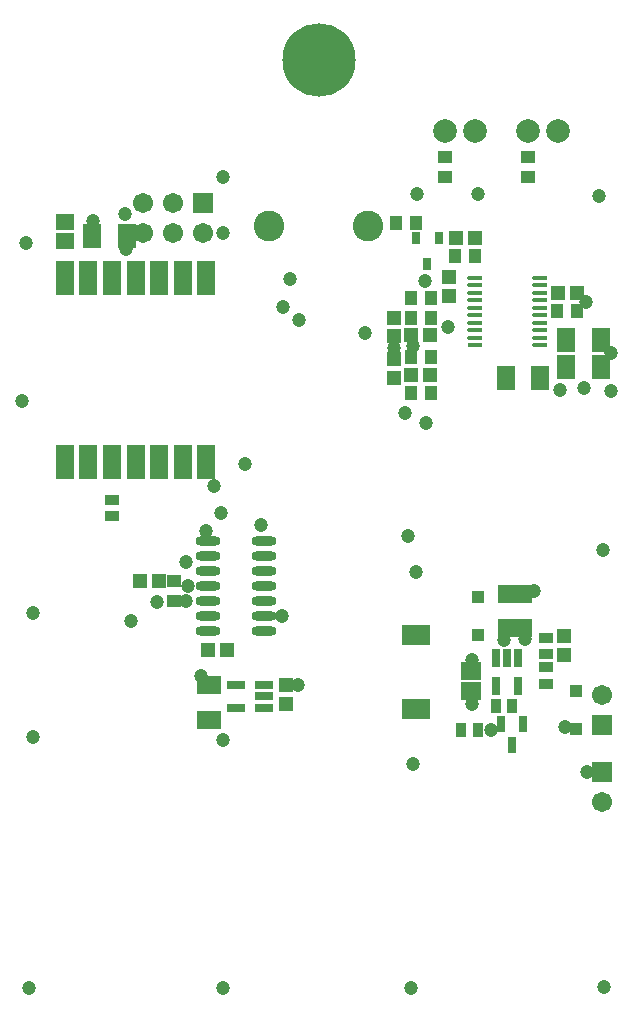
<source format=gbs>
G04 Layer_Color=16711935*
%FSLAX43Y43*%
%MOMM*%
G71*
G01*
G75*
%ADD50C,2.003*%
%ADD51C,2.603*%
%ADD52R,1.703X1.703*%
%ADD53C,1.703*%
%ADD54R,1.703X1.703*%
%ADD55C,1.203*%
%ADD56C,6.203*%
%ADD57R,1.300X0.400*%
%ADD58O,1.300X0.400*%
%ADD59R,1.503X3.003*%
%ADD60R,1.193X0.923*%
%ADD61R,0.923X1.193*%
%ADD62R,1.203X1.203*%
%ADD63R,1.203X1.203*%
%ADD64R,1.203X1.103*%
%ADD65R,0.803X1.403*%
%ADD66R,1.703X1.503*%
%ADD67R,0.803X1.503*%
%ADD68R,2.403X1.703*%
%ADD69R,1.503X0.803*%
%ADD70O,2.103X0.803*%
%ADD71R,1.100X1.100*%
%ADD72R,2.903X1.503*%
%ADD73R,1.503X2.003*%
%ADD74R,1.603X1.403*%
%ADD75R,2.003X1.503*%
%ADD76R,1.103X1.203*%
%ADD77R,0.803X1.053*%
D50*
X43730Y74000D02*
D03*
X46270D02*
D03*
X36730D02*
D03*
X39270D02*
D03*
D51*
X30200Y66000D02*
D03*
X21800D02*
D03*
D52*
X50000Y19750D02*
D03*
Y23700D02*
D03*
D53*
Y17210D02*
D03*
Y26240D02*
D03*
X16240Y65369D02*
D03*
X13700Y67909D02*
D03*
Y65369D02*
D03*
X11160Y67909D02*
D03*
Y65369D02*
D03*
D54*
X16240Y67909D02*
D03*
D55*
X48450Y52300D02*
D03*
X46400Y52125D02*
D03*
X14777Y34200D02*
D03*
X44200Y35050D02*
D03*
X32350Y55632D02*
D03*
X36975Y57429D02*
D03*
X33950Y55832D02*
D03*
X38950Y25500D02*
D03*
X34250Y36650D02*
D03*
X48730Y19750D02*
D03*
X38950Y29260D02*
D03*
X41700Y30925D02*
D03*
X43500Y31010D02*
D03*
X24227Y27100D02*
D03*
X10146Y32529D02*
D03*
X17941Y22450D02*
D03*
X50200Y1550D02*
D03*
X17900Y1500D02*
D03*
X33850D02*
D03*
X1500D02*
D03*
X49750Y68500D02*
D03*
X34000Y20400D02*
D03*
X1800Y22750D02*
D03*
X50770Y52008D02*
D03*
X17727Y41700D02*
D03*
X1250Y64529D02*
D03*
X50050Y38511D02*
D03*
X48600Y59554D02*
D03*
X34364Y68700D02*
D03*
X50774Y55200D02*
D03*
X39450Y68689D02*
D03*
X23550Y61474D02*
D03*
X33525Y39740D02*
D03*
X46850Y23590D02*
D03*
X9644Y67019D02*
D03*
X29900Y56900D02*
D03*
X40550Y23350D02*
D03*
X33300Y50110D02*
D03*
X35000Y61363D02*
D03*
X14963Y35500D02*
D03*
X21077Y40669D02*
D03*
X16477Y40201D02*
D03*
X14777Y37575D02*
D03*
X12300Y34150D02*
D03*
X16050Y27900D02*
D03*
X22877Y33000D02*
D03*
X1800Y33250D02*
D03*
X900Y51150D02*
D03*
X17150Y43950D02*
D03*
X19750Y45850D02*
D03*
X22950Y59100D02*
D03*
X24350Y58054D02*
D03*
X17900Y65369D02*
D03*
Y70159D02*
D03*
X6875Y66375D02*
D03*
X9700Y64000D02*
D03*
X35125Y49303D02*
D03*
D56*
X26000Y80000D02*
D03*
D57*
X39250Y55896D02*
D03*
D58*
Y56531D02*
D03*
Y57166D02*
D03*
Y57801D02*
D03*
Y58436D02*
D03*
Y59071D02*
D03*
Y59706D02*
D03*
Y60341D02*
D03*
Y60976D02*
D03*
Y61611D02*
D03*
X44750D02*
D03*
Y60976D02*
D03*
Y60341D02*
D03*
Y59706D02*
D03*
Y59071D02*
D03*
Y58436D02*
D03*
Y57801D02*
D03*
Y57166D02*
D03*
Y56531D02*
D03*
Y55896D02*
D03*
D59*
X10500Y46000D02*
D03*
X12500D02*
D03*
X16500D02*
D03*
X14500D02*
D03*
X8500D02*
D03*
X4500D02*
D03*
X6500D02*
D03*
X6500Y61600D02*
D03*
X4500D02*
D03*
X8500D02*
D03*
X14500D02*
D03*
X16500D02*
D03*
X10500D02*
D03*
X12500D02*
D03*
D60*
X8500Y42769D02*
D03*
Y41389D02*
D03*
X45250Y31140D02*
D03*
Y29760D02*
D03*
Y27230D02*
D03*
Y28610D02*
D03*
D61*
X39450Y23350D02*
D03*
X38070D02*
D03*
X42370Y25360D02*
D03*
X40990D02*
D03*
D62*
X33850Y53382D02*
D03*
X35450Y53382D02*
D03*
X10900Y35900D02*
D03*
X12500D02*
D03*
X18266Y30100D02*
D03*
X16666Y30100D02*
D03*
X39200Y64954D02*
D03*
X37600D02*
D03*
X47850Y60304D02*
D03*
X46250D02*
D03*
X33850Y56754D02*
D03*
X35450D02*
D03*
D63*
X32350Y56636D02*
D03*
Y58236D02*
D03*
X46800Y29650D02*
D03*
X46800Y31250D02*
D03*
X37000Y61654D02*
D03*
Y60054D02*
D03*
X23264Y25500D02*
D03*
Y27100D02*
D03*
X32350Y54682D02*
D03*
Y53082D02*
D03*
D64*
X13777Y34200D02*
D03*
Y35900D02*
D03*
X43730Y70150D02*
D03*
Y71850D02*
D03*
X36730Y70150D02*
D03*
Y71850D02*
D03*
D65*
X41420Y23810D02*
D03*
X43320D02*
D03*
X42370Y22010D02*
D03*
D66*
X38900Y28300D02*
D03*
Y26600D02*
D03*
D67*
X40990Y27000D02*
D03*
X42890Y27000D02*
D03*
Y29400D02*
D03*
X41940D02*
D03*
X40990D02*
D03*
D68*
X34250Y25050D02*
D03*
X34250Y31350D02*
D03*
D69*
X18977Y27100D02*
D03*
Y25200D02*
D03*
X21377D02*
D03*
Y26150D02*
D03*
Y27100D02*
D03*
D70*
X16666Y31730D02*
D03*
Y33000D02*
D03*
X16666Y34270D02*
D03*
X16666Y35540D02*
D03*
Y36810D02*
D03*
Y38080D02*
D03*
Y39350D02*
D03*
X21366Y31730D02*
D03*
Y33000D02*
D03*
Y34270D02*
D03*
Y35540D02*
D03*
Y36810D02*
D03*
Y38080D02*
D03*
Y39350D02*
D03*
D71*
X47750Y26590D02*
D03*
Y23390D02*
D03*
X39500Y31350D02*
D03*
X39500Y34550D02*
D03*
D72*
X42600Y31910D02*
D03*
X42600Y34810D02*
D03*
D73*
X46970Y56354D02*
D03*
X49870D02*
D03*
X46970Y54054D02*
D03*
X49870Y54054D02*
D03*
X44750Y53154D02*
D03*
X41850Y53154D02*
D03*
X9750Y65160D02*
D03*
X6850D02*
D03*
D74*
X4500Y64719D02*
D03*
Y66319D02*
D03*
D75*
X16683Y27100D02*
D03*
X16683Y24200D02*
D03*
D76*
X47900Y58804D02*
D03*
X46200D02*
D03*
X33800Y54882D02*
D03*
X35500Y54882D02*
D03*
X32550Y66200D02*
D03*
X34250Y66200D02*
D03*
X39250Y63454D02*
D03*
X37550Y63454D02*
D03*
X33800Y58236D02*
D03*
X35500D02*
D03*
X33800Y51882D02*
D03*
X35500D02*
D03*
X33800Y59854D02*
D03*
X35500D02*
D03*
D77*
X35200Y62804D02*
D03*
X36150Y64954D02*
D03*
X34250D02*
D03*
M02*

</source>
